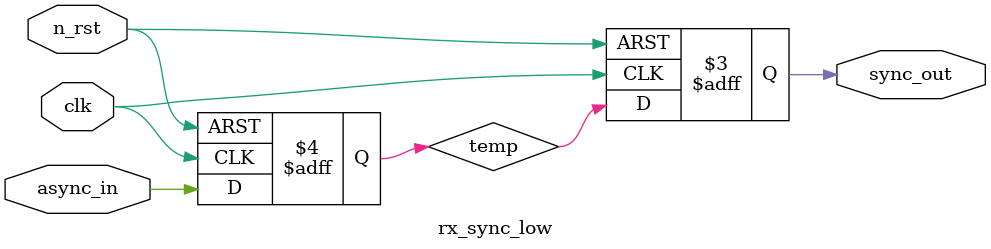
<source format=sv>


module rx_sync_low ( 
    input wire clk,
    input wire n_rst,
    input wire async_in,
    output logic sync_out
);
logic temp;
always_ff @(posedge clk, negedge n_rst)
begin
    if(n_rst == 1'b0) begin
        sync_out <= 1'b0;
        temp <= 1'b0;
    end
    else begin
        temp <= async_in;
        sync_out <= temp;
    end
end

endmodule
</source>
